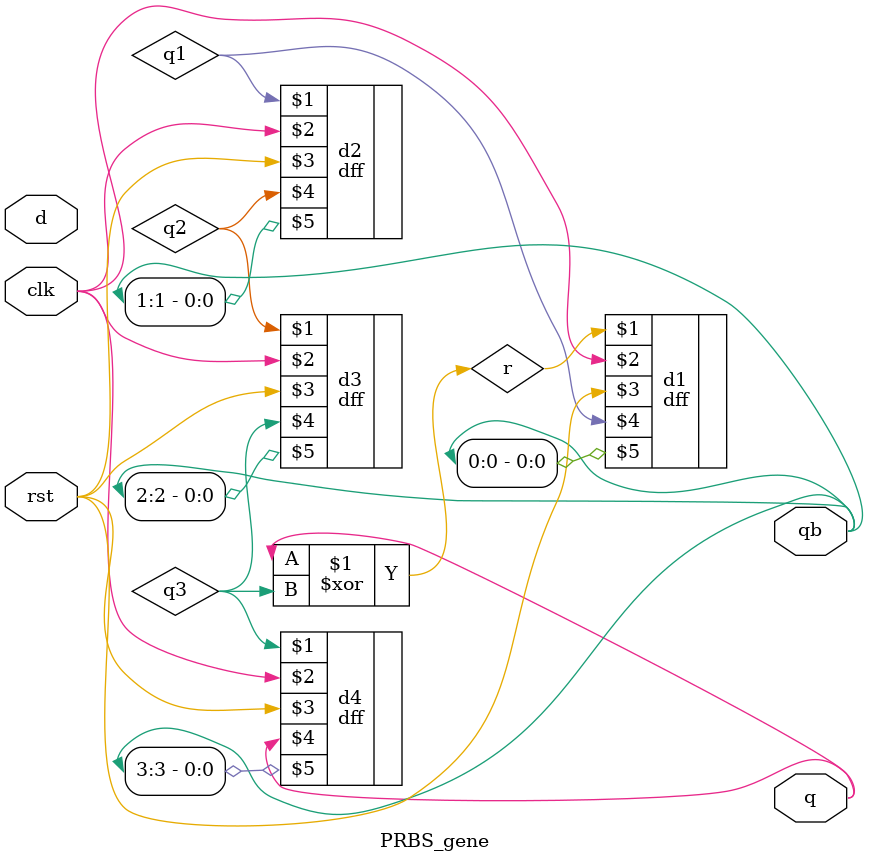
<source format=v>
`timescale 1ns / 1ps
module PRBS_gene(
    input d,clk,rst,
    output q,
    output [3:0] qb
    );
	 wire q1,q2,q3,r;
	 
	 dff d1(r,clk,rst,q1,qb[0]);
	 dff d2(q1,clk,rst,q2,qb[1]);
	 dff d3(q2,clk,rst,q3,qb[2]);
	 dff d4(q3,clk,rst,q,qb[3]);
	 
	 xor x1(r,q,q3);


endmodule

</source>
